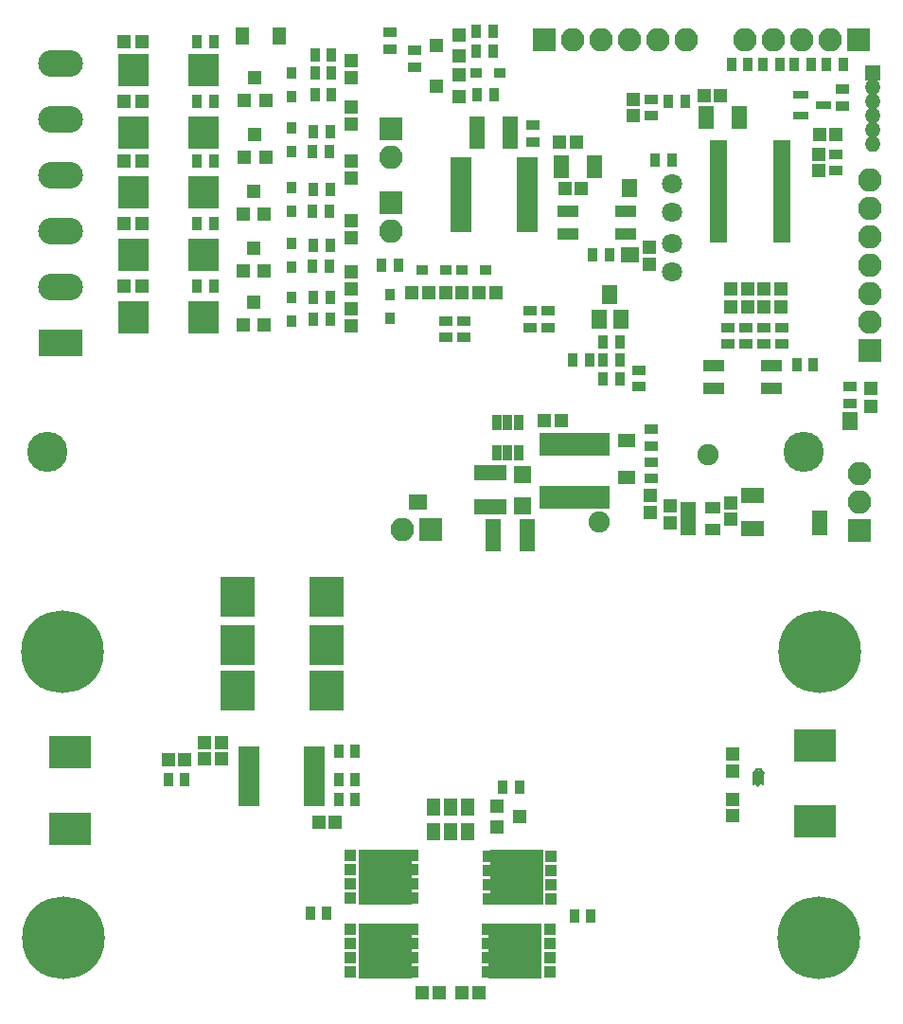
<source format=gts>
G04 #@! TF.FileFunction,Soldermask,Top*
%FSLAX46Y46*%
G04 Gerber Fmt 4.6, Leading zero omitted, Abs format (unit mm)*
G04 Created by KiCad (PCBNEW 4.0.7) date 01/18/18 16:43:29*
%MOMM*%
%LPD*%
G01*
G04 APERTURE LIST*
%ADD10C,0.100000*%
%ADD11R,1.150000X1.200000*%
%ADD12C,3.600000*%
%ADD13R,1.200000X1.150000*%
%ADD14R,2.900000X1.400000*%
%ADD15R,1.400000X2.900000*%
%ADD16R,1.400000X2.000000*%
%ADD17R,2.000000X1.400000*%
%ADD18R,1.600000X1.300000*%
%ADD19R,1.300000X1.600000*%
%ADD20R,1.200000X1.200000*%
%ADD21R,1.500000X1.500000*%
%ADD22R,0.850000X1.000000*%
%ADD23R,1.000000X0.850000*%
%ADD24R,3.700000X2.900000*%
%ADD25O,0.220000X1.320000*%
%ADD26C,0.220000*%
%ADD27O,0.520000X0.220000*%
%ADD28R,0.700000X1.300000*%
%ADD29R,2.100000X2.100000*%
%ADD30O,2.100000X2.100000*%
%ADD31C,1.800000*%
%ADD32C,7.400000*%
%ADD33C,1.200000*%
%ADD34R,1.400000X1.400000*%
%ADD35O,1.400000X1.400000*%
%ADD36R,4.000000X2.400000*%
%ADD37O,4.000000X2.400000*%
%ADD38R,0.908000X1.416000*%
%ADD39R,1.400000X0.900000*%
%ADD40R,1.416000X0.908000*%
%ADD41R,6.300000X2.000000*%
%ADD42R,1.200000X1.300000*%
%ADD43R,1.300000X1.200000*%
%ADD44R,1.400000X1.800000*%
%ADD45R,0.900000X1.300000*%
%ADD46R,2.800000X2.900000*%
%ADD47R,1.300000X0.900000*%
%ADD48R,3.100000X3.600000*%
%ADD49R,1.850000X1.100000*%
%ADD50C,1.900000*%
%ADD51R,1.850000X0.850000*%
%ADD52R,1.460000X1.050000*%
%ADD53R,1.900000X0.850000*%
%ADD54R,1.440000X0.740000*%
%ADD55R,1.500000X0.800000*%
%ADD56R,0.950000X1.400000*%
%ADD57R,4.750000X4.910000*%
%ADD58R,1.100000X1.100000*%
G04 APERTURE END LIST*
D10*
D11*
X173675000Y-92900000D03*
X173675000Y-91400000D03*
D12*
X185600000Y-86600000D03*
D13*
X163973000Y-83762000D03*
X162473000Y-83762000D03*
D11*
X145199000Y-53105000D03*
X145199000Y-51605000D03*
D14*
X157575000Y-88450000D03*
X157575000Y-91450000D03*
D15*
X160900000Y-94000000D03*
X157900000Y-94000000D03*
D11*
X145199000Y-57284000D03*
X145199000Y-55784000D03*
X171869000Y-69793500D03*
X171869000Y-68293500D03*
D13*
X165278400Y-58870800D03*
X163778400Y-58870800D03*
D15*
X159399000Y-58058000D03*
X156399000Y-58058000D03*
D13*
X165761000Y-63011000D03*
X164261000Y-63011000D03*
D16*
X163955500Y-61042500D03*
X166955500Y-61042500D03*
D11*
X145199000Y-62110000D03*
X145199000Y-60610000D03*
X179150000Y-92600000D03*
X179150000Y-91100000D03*
D17*
X181100000Y-90450000D03*
X181100000Y-93450000D03*
D13*
X150600000Y-72350000D03*
X152100000Y-72350000D03*
X153604500Y-72350000D03*
X155104500Y-72350000D03*
X156600000Y-72350000D03*
X158100000Y-72350000D03*
D11*
X170400000Y-56550000D03*
X170400000Y-55050000D03*
X145199000Y-67444000D03*
X145199000Y-65944000D03*
X132080000Y-114034000D03*
X132080000Y-112534000D03*
X145199000Y-72016000D03*
X145199000Y-70516000D03*
X133604000Y-114034000D03*
X133604000Y-112534000D03*
X145199000Y-75318000D03*
X145199000Y-73818000D03*
D13*
X130290000Y-114046000D03*
X128790000Y-114046000D03*
X151550000Y-134950000D03*
X153050000Y-134950000D03*
X155100000Y-134950000D03*
X156600000Y-134950000D03*
D11*
X179324000Y-117602000D03*
X179324000Y-119102000D03*
D13*
X143764000Y-119634000D03*
X142264000Y-119634000D03*
D11*
X179324000Y-113562000D03*
X179324000Y-115062000D03*
D16*
X179870000Y-56661000D03*
X176870000Y-56661000D03*
D13*
X178219000Y-54756000D03*
X176719000Y-54756000D03*
D11*
X187000000Y-59950000D03*
X187000000Y-61450000D03*
D13*
X187050000Y-58200000D03*
X188550000Y-58200000D03*
D18*
X169827000Y-85542000D03*
X169827000Y-88842000D03*
D19*
X138720000Y-49422000D03*
X135420000Y-49422000D03*
D20*
X124841000Y-49930000D03*
X126441000Y-49930000D03*
D21*
X160525000Y-88625000D03*
X160525000Y-91425000D03*
D22*
X139865000Y-52690000D03*
X139865000Y-54790000D03*
D20*
X124841000Y-55264000D03*
X126441000Y-55264000D03*
D22*
X139865000Y-57643000D03*
X139865000Y-59743000D03*
D20*
X124841000Y-60598000D03*
X126441000Y-60598000D03*
D23*
X153650000Y-70350000D03*
X151550000Y-70350000D03*
X155050000Y-70350000D03*
X157150000Y-70350000D03*
D20*
X191635000Y-82500000D03*
X191635000Y-80900000D03*
D22*
X139865000Y-62977000D03*
X139865000Y-65077000D03*
D20*
X124841000Y-66186000D03*
X126441000Y-66186000D03*
D22*
X139865000Y-67930000D03*
X139865000Y-70030000D03*
D20*
X124841000Y-71774000D03*
X126441000Y-71774000D03*
D22*
X148628000Y-74602000D03*
X148628000Y-72502000D03*
X139865000Y-72756000D03*
X139865000Y-74856000D03*
D24*
X120015000Y-120240000D03*
X120015000Y-113440000D03*
X186690000Y-119605000D03*
X186690000Y-112805000D03*
D20*
X179100000Y-72000000D03*
X179100000Y-73600000D03*
X180600000Y-72000000D03*
X180600000Y-73600000D03*
X182100000Y-72000000D03*
X182100000Y-73600000D03*
X183600000Y-72000000D03*
X183600000Y-73600000D03*
D23*
X158441000Y-52724000D03*
X156341000Y-52724000D03*
D10*
G36*
X181778142Y-116286000D02*
X181564000Y-116500142D01*
X181349858Y-116286000D01*
X181564000Y-116071858D01*
X181778142Y-116286000D01*
X181778142Y-116286000D01*
G37*
G36*
X181778142Y-116136000D02*
X181564000Y-116350142D01*
X181349858Y-116136000D01*
X181564000Y-115921858D01*
X181778142Y-116136000D01*
X181778142Y-116136000D01*
G37*
G36*
X181778142Y-115986000D02*
X181564000Y-116200142D01*
X181349858Y-115986000D01*
X181564000Y-115771858D01*
X181778142Y-115986000D01*
X181778142Y-115986000D01*
G37*
G36*
X181778142Y-115836000D02*
X181564000Y-116050142D01*
X181349858Y-115836000D01*
X181564000Y-115621858D01*
X181778142Y-115836000D01*
X181778142Y-115836000D01*
G37*
G36*
X181778142Y-115686000D02*
X181564000Y-115900142D01*
X181349858Y-115686000D01*
X181564000Y-115471858D01*
X181778142Y-115686000D01*
X181778142Y-115686000D01*
G37*
G36*
X181778142Y-115536000D02*
X181564000Y-115750142D01*
X181349858Y-115536000D01*
X181564000Y-115321858D01*
X181778142Y-115536000D01*
X181778142Y-115536000D01*
G37*
G36*
X181778142Y-115386000D02*
X181564000Y-115600142D01*
X181349858Y-115386000D01*
X181564000Y-115171858D01*
X181778142Y-115386000D01*
X181778142Y-115386000D01*
G37*
D25*
X181114000Y-115786000D03*
D26*
X181122579Y-115227421D02*
X181405421Y-114944579D01*
D25*
X182014000Y-115786000D03*
D27*
X181564000Y-114936000D03*
D26*
X182005421Y-115227421D02*
X181722579Y-114944579D01*
D28*
X181564000Y-115686000D03*
D29*
X152240000Y-93550000D03*
D30*
X149700000Y-93550000D03*
D31*
X173901000Y-67900500D03*
X173901000Y-70440500D03*
D29*
X148755000Y-57677000D03*
D30*
X148755000Y-60217000D03*
D29*
X148755000Y-64281000D03*
D30*
X148755000Y-66821000D03*
D29*
X190600000Y-93600000D03*
D30*
X190600000Y-91060000D03*
X190600000Y-88520000D03*
D32*
X119428845Y-130000000D03*
D33*
X122053845Y-130000000D03*
X121285000Y-131856155D03*
X119428845Y-132625000D03*
X117572690Y-131856155D03*
X116803845Y-130000000D03*
X117572690Y-128143845D03*
X119428845Y-127375000D03*
X121285000Y-128143845D03*
D32*
X187000000Y-130000000D03*
D33*
X189625000Y-130000000D03*
X188856155Y-131856155D03*
X187000000Y-132625000D03*
X185143845Y-131856155D03*
X184375000Y-130000000D03*
X185143845Y-128143845D03*
X187000000Y-127375000D03*
X188856155Y-128143845D03*
D29*
X162400000Y-49700000D03*
D30*
X164940000Y-49700000D03*
X167480000Y-49700000D03*
X170020000Y-49700000D03*
X172560000Y-49700000D03*
X175100000Y-49700000D03*
D34*
X191808000Y-52724000D03*
D35*
X191808000Y-53994000D03*
X191808000Y-55264000D03*
X191808000Y-56534000D03*
X191808000Y-57804000D03*
X191808000Y-59074000D03*
D36*
X119164000Y-76835000D03*
D37*
X119164000Y-71835000D03*
X119164000Y-66835000D03*
X119164000Y-61835000D03*
X119164000Y-56835000D03*
X119164000Y-51835000D03*
D32*
X119375000Y-104410000D03*
D33*
X122000000Y-104410000D03*
X121231155Y-106266155D03*
X119375000Y-107035000D03*
X117518845Y-106266155D03*
X116750000Y-104410000D03*
X117518845Y-102553845D03*
X119375000Y-101785000D03*
X121231155Y-102553845D03*
D32*
X187113000Y-104410000D03*
D33*
X189738000Y-104410000D03*
X188969155Y-106266155D03*
X187113000Y-107035000D03*
X185256845Y-106266155D03*
X184488000Y-104410000D03*
X185256845Y-102553845D03*
X187113000Y-101785000D03*
X188969155Y-102553845D03*
D29*
X190580000Y-49700000D03*
D30*
X188040000Y-49700000D03*
X185500000Y-49700000D03*
X182960000Y-49700000D03*
X180420000Y-49700000D03*
D29*
X191600000Y-77500000D03*
D30*
X191600000Y-74960000D03*
X191600000Y-72420000D03*
X191600000Y-69880000D03*
X191600000Y-67340000D03*
X191600000Y-64800000D03*
X191600000Y-62260000D03*
D38*
X150750000Y-91050000D03*
X151512000Y-91050000D03*
X170472000Y-68916500D03*
X169710000Y-68916500D03*
D39*
X187100000Y-93600000D03*
X187100000Y-92900000D03*
X187100000Y-92200000D03*
D40*
X189800000Y-84181000D03*
X189800000Y-83419000D03*
D41*
X165128000Y-85921000D03*
X165128000Y-90621000D03*
D42*
X135613000Y-55121000D03*
X137513000Y-55121000D03*
X136563000Y-53121000D03*
X135613000Y-60201000D03*
X137513000Y-60201000D03*
X136563000Y-58201000D03*
X135486000Y-65281000D03*
X137386000Y-65281000D03*
X136436000Y-63281000D03*
X135486000Y-70361000D03*
X137386000Y-70361000D03*
X136436000Y-68361000D03*
D43*
X158242000Y-118192000D03*
X158242000Y-120092000D03*
X160242000Y-119142000D03*
D42*
X135486000Y-75187000D03*
X137386000Y-75187000D03*
X136436000Y-73187000D03*
D44*
X167363000Y-74715500D03*
X169263000Y-74715500D03*
X168313000Y-72515500D03*
D43*
X154800000Y-51200000D03*
X154800000Y-49300000D03*
X152800000Y-50250000D03*
X154800000Y-54800000D03*
X154800000Y-52900000D03*
X152800000Y-53850000D03*
D45*
X143409000Y-51073000D03*
X141909000Y-51073000D03*
D46*
X125666000Y-52470000D03*
X131966000Y-52470000D03*
D45*
X149378000Y-69869000D03*
X147878000Y-69869000D03*
X132868000Y-49930000D03*
X131368000Y-49930000D03*
D47*
X161429600Y-58884200D03*
X161429600Y-57384200D03*
D45*
X143409000Y-52724000D03*
X141909000Y-52724000D03*
D47*
X171986000Y-88969000D03*
X171986000Y-87469000D03*
D45*
X143409000Y-54629000D03*
X141909000Y-54629000D03*
D46*
X125666000Y-58058000D03*
X131966000Y-58058000D03*
D47*
X171986000Y-86036000D03*
X171986000Y-84536000D03*
D45*
X132868000Y-55264000D03*
X131368000Y-55264000D03*
X168275600Y-68929200D03*
X166775600Y-68929200D03*
X143282000Y-57931000D03*
X141782000Y-57931000D03*
X143231620Y-59709000D03*
X141731620Y-59709000D03*
D46*
X125666000Y-63392000D03*
X131966000Y-63392000D03*
D47*
X189800000Y-80750000D03*
X189800000Y-82250000D03*
D45*
X132868000Y-60598000D03*
X131368000Y-60598000D03*
X143282000Y-63138000D03*
X141782000Y-63138000D03*
X175032000Y-55200500D03*
X173532000Y-55200500D03*
X143231620Y-65043000D03*
X141731620Y-65043000D03*
X184776000Y-51943000D03*
X186276000Y-51943000D03*
X179173000Y-51957000D03*
X180673000Y-51957000D03*
D47*
X172000000Y-55050000D03*
X172000000Y-56550000D03*
D46*
X125666000Y-68980000D03*
X131966000Y-68980000D03*
D47*
X153600000Y-76350000D03*
X153600000Y-74850000D03*
X155231500Y-76350000D03*
X155231500Y-74850000D03*
D45*
X132868000Y-66186000D03*
X131368000Y-66186000D03*
D19*
X155552824Y-118289808D03*
X155552824Y-120489808D03*
D45*
X143282000Y-68091000D03*
X141782000Y-68091000D03*
D19*
X154028824Y-118289808D03*
X154028824Y-120489808D03*
X152504824Y-118289808D03*
X152504824Y-120489808D03*
D45*
X143231620Y-69996000D03*
X141731620Y-69996000D03*
D46*
X131966000Y-74568000D03*
X125666000Y-74568000D03*
D45*
X130290000Y-115824000D03*
X128790000Y-115824000D03*
X132868000Y-71774000D03*
X131368000Y-71774000D03*
X145530000Y-113284000D03*
X144030000Y-113284000D03*
X143282000Y-72790000D03*
X141782000Y-72790000D03*
D47*
X161200000Y-75450000D03*
X161200000Y-73950000D03*
D45*
X141490000Y-127778000D03*
X142990000Y-127778000D03*
X166612000Y-128032000D03*
X165112000Y-128032000D03*
X145530000Y-115824000D03*
X144030000Y-115824000D03*
X143282000Y-74695000D03*
X141782000Y-74695000D03*
D47*
X162800000Y-75450000D03*
X162800000Y-73950000D03*
D45*
X144030000Y-117602000D03*
X145530000Y-117602000D03*
D47*
X170900000Y-80750000D03*
X170900000Y-79250000D03*
D48*
X142928395Y-107895255D03*
X135028395Y-107895255D03*
X142928395Y-103831255D03*
X135028395Y-103831255D03*
X142928395Y-99513255D03*
X135028395Y-99513255D03*
D47*
X178900000Y-76950000D03*
X178900000Y-75450000D03*
X188500000Y-59950000D03*
X188500000Y-61450000D03*
X189100000Y-54150000D03*
X189100000Y-55650000D03*
D45*
X189185000Y-51943000D03*
X187685000Y-51943000D03*
D47*
X180500000Y-76950000D03*
X180500000Y-75450000D03*
D45*
X183479000Y-51957000D03*
X181979000Y-51957000D03*
D47*
X182100000Y-76950000D03*
X182100000Y-75450000D03*
X183700000Y-76950000D03*
X183700000Y-75450000D03*
D45*
X173850000Y-60500000D03*
X172350000Y-60500000D03*
D47*
X148600000Y-49100000D03*
X148600000Y-50600000D03*
X150800000Y-50650000D03*
X150800000Y-52150000D03*
D45*
X167690000Y-76727000D03*
X169190000Y-76727000D03*
X156323500Y-48977500D03*
X157823500Y-48977500D03*
X166459500Y-78378000D03*
X164959500Y-78378000D03*
X169190000Y-80029000D03*
X167690000Y-80029000D03*
X186500000Y-78800000D03*
X185000000Y-78800000D03*
X169190000Y-78378000D03*
X167690000Y-78378000D03*
X157823500Y-50755500D03*
X156323500Y-50755500D03*
X156450500Y-54629000D03*
X157950500Y-54629000D03*
D49*
X164590000Y-67059000D03*
X169750000Y-67059000D03*
X169750000Y-65059000D03*
X164590000Y-65059000D03*
X177620000Y-80900000D03*
X182780000Y-80900000D03*
X182780000Y-78900000D03*
X177620000Y-78900000D03*
D50*
X167350000Y-92800000D03*
X177100000Y-86800000D03*
D51*
X160912500Y-66507500D03*
X160912500Y-65857500D03*
X160912500Y-65207500D03*
X160912500Y-64557500D03*
X160912500Y-63907500D03*
X160912500Y-63257500D03*
X160912500Y-62607500D03*
X160912500Y-61957500D03*
X160912500Y-61307500D03*
X160912500Y-60657500D03*
X155012500Y-60657500D03*
X155012500Y-61307500D03*
X155012500Y-61957500D03*
X155012500Y-62607500D03*
X155012500Y-63257500D03*
X155012500Y-63907500D03*
X155012500Y-64557500D03*
X155012500Y-65207500D03*
X155012500Y-65857500D03*
X155012500Y-66507500D03*
D52*
X175300000Y-91600000D03*
X175300000Y-92550000D03*
X175300000Y-93500000D03*
X177500000Y-93500000D03*
X177500000Y-91600000D03*
D53*
X135988000Y-113295000D03*
X135988000Y-113945000D03*
X135988000Y-114595000D03*
X135988000Y-115245000D03*
X135988000Y-115895000D03*
X135988000Y-116545000D03*
X135988000Y-117195000D03*
X135988000Y-117845000D03*
X141888000Y-117845000D03*
X141888000Y-117195000D03*
X141888000Y-116545000D03*
X141888000Y-115895000D03*
X141888000Y-115245000D03*
X141888000Y-114595000D03*
X141888000Y-113945000D03*
X141888000Y-113295000D03*
D31*
X173837500Y-62630000D03*
X173837500Y-65170000D03*
D54*
X187450000Y-55600000D03*
X185350000Y-56550000D03*
X185350000Y-54650000D03*
D55*
X177980000Y-59036000D03*
X177980000Y-59686000D03*
X177980000Y-60336000D03*
X177980000Y-60986000D03*
X177980000Y-61636000D03*
X177980000Y-62286000D03*
X177980000Y-62936000D03*
X177980000Y-63586000D03*
X177980000Y-64236000D03*
X177980000Y-64886000D03*
X177980000Y-65536000D03*
X177980000Y-66186000D03*
X177980000Y-66836000D03*
X177980000Y-67486000D03*
X183680000Y-67486000D03*
X183680000Y-66836000D03*
X183680000Y-66186000D03*
X183680000Y-65536000D03*
X183680000Y-64886000D03*
X183680000Y-64236000D03*
X183680000Y-63586000D03*
X183680000Y-62936000D03*
X183680000Y-62286000D03*
X183680000Y-61636000D03*
X183680000Y-60986000D03*
X183680000Y-60336000D03*
X183680000Y-59686000D03*
X183680000Y-59036000D03*
D56*
X158209000Y-83936000D03*
X159159000Y-83936000D03*
X160109000Y-83936000D03*
X158209000Y-86636000D03*
X159159000Y-86636000D03*
X160109000Y-86636000D03*
D57*
X148193500Y-124555000D03*
D58*
X145063500Y-125190000D03*
X145063500Y-123920000D03*
X145063500Y-122650000D03*
X145063500Y-126460000D03*
X150663500Y-126460000D03*
X150663500Y-122650000D03*
X150663500Y-123920000D03*
X150663500Y-125190000D03*
D57*
X159938000Y-124603000D03*
D58*
X163068000Y-123968000D03*
X163068000Y-125238000D03*
X163068000Y-126508000D03*
X163068000Y-122698000D03*
X157468000Y-122698000D03*
X157468000Y-126508000D03*
X157468000Y-125238000D03*
X157468000Y-123968000D03*
D57*
X148193500Y-131159000D03*
D58*
X145063500Y-131794000D03*
X145063500Y-130524000D03*
X145063500Y-129254000D03*
X145063500Y-133064000D03*
X150663500Y-133064000D03*
X150663500Y-129254000D03*
X150663500Y-130524000D03*
X150663500Y-131794000D03*
D57*
X159847500Y-131159000D03*
D58*
X162977500Y-130524000D03*
X162977500Y-131794000D03*
X162977500Y-133064000D03*
X162977500Y-129254000D03*
X157377500Y-129254000D03*
X157377500Y-133064000D03*
X157377500Y-131794000D03*
X157377500Y-130524000D03*
D11*
X171950000Y-92000000D03*
X171950000Y-90500000D03*
D40*
X170091000Y-63328500D03*
X170091000Y-62566500D03*
D12*
X118000000Y-86600000D03*
D45*
X160200000Y-116550000D03*
X158700000Y-116550000D03*
M02*

</source>
